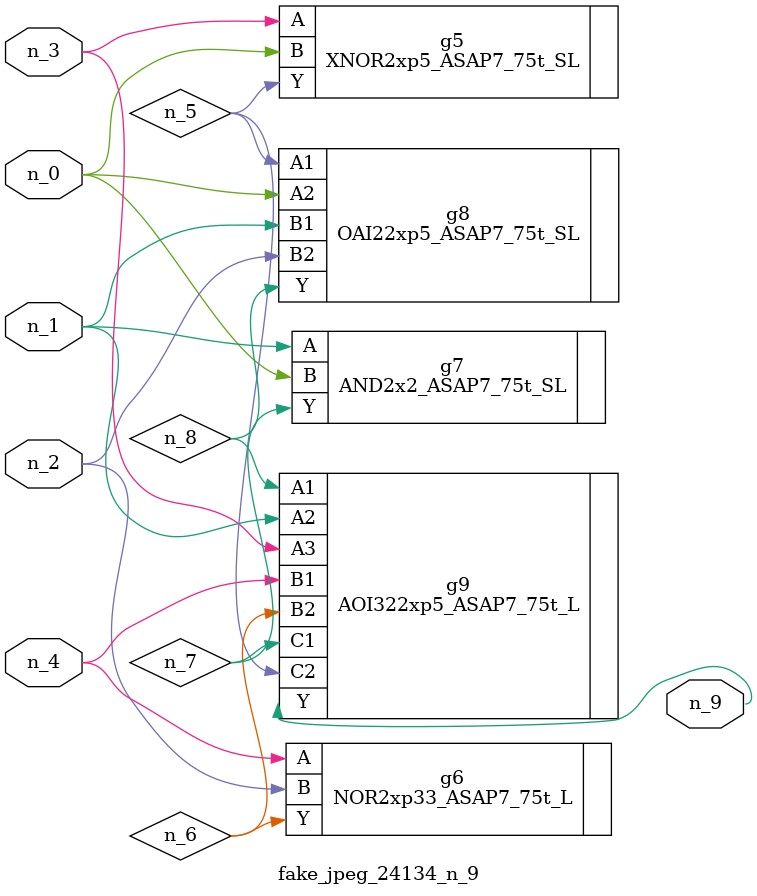
<source format=v>
module fake_jpeg_24134_n_9 (n_3, n_2, n_1, n_0, n_4, n_9);

input n_3;
input n_2;
input n_1;
input n_0;
input n_4;

output n_9;

wire n_8;
wire n_6;
wire n_5;
wire n_7;

XNOR2xp5_ASAP7_75t_SL g5 ( 
.A(n_3),
.B(n_0),
.Y(n_5)
);

NOR2xp33_ASAP7_75t_L g6 ( 
.A(n_4),
.B(n_2),
.Y(n_6)
);

AND2x2_ASAP7_75t_SL g7 ( 
.A(n_1),
.B(n_0),
.Y(n_7)
);

OAI22xp5_ASAP7_75t_SL g8 ( 
.A1(n_5),
.A2(n_0),
.B1(n_1),
.B2(n_2),
.Y(n_8)
);

AOI322xp5_ASAP7_75t_L g9 ( 
.A1(n_8),
.A2(n_1),
.A3(n_3),
.B1(n_4),
.B2(n_6),
.C1(n_7),
.C2(n_5),
.Y(n_9)
);


endmodule
</source>
